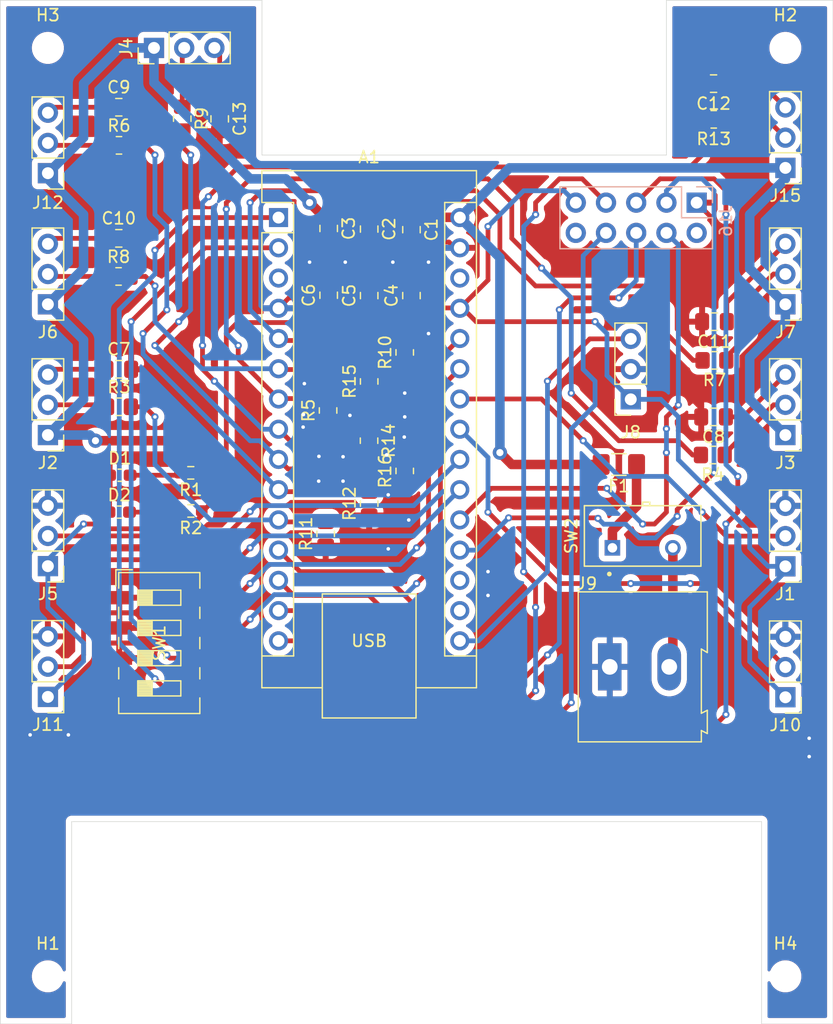
<source format=kicad_pcb>
(kicad_pcb (version 20240108) (generator "pcbnew") (generator_version "8.0")
  (layers (0 "F.Cu" signal) (31 "B.Cu" signal) (34 "B.Paste" user) (35 "F.Paste" user) (36 "B.SilkS" user "B.Silkscreen") (37 "F.SilkS" user "F.Silkscreen") (38 "B.Mask" user) (39 "F.Mask" user) (44 "Edge.Cuts" user))
  (net 0 "")
  (net 1 "DIST_CR_INT")
  (net 2 "ODIST_CR_INT")
  (net 3 "GND")
  (net 4 "ODIST_L_INT")
  (net 5 "ODIST_RM_INT")
  (net 6 "ODIST_C_INT")
  (net 7 "DIST_C_INT")
  (net 8 "DIST_LM_INT")
  (net 9 "ODIST_LM_INT")
  (net 10 "ODIST_CL_INT")
  (net 11 "DIST_RM_INT")
  (net 12 "DIST_CL_INT")
  (net 13 "ODIST_R_INT")
  (net 14 "DIST_R_INT")
  (net 15 "DIST_L_INT")
  (net 16 "Arduino5V")
  (net 17 "LB_INT")
  (net 18 "RF_INT")
  (net 19 "MDC2_1")
  (net 20 "MDC1_2")
  (net 22 "MDC1_1")
  (net 23 "PS4")
  (net 24 "PS2")
  (net 25 "RB_INT")
  (net 26 "LF_INT")
  (net 27 "MDC2_2")
  (net 28 "PS3")
  (net 31 "PS1")
  (net 32 "START_SIGNAL")
  (net 34 "ArduinoVIN")
  (net 35 "Net-(SW2-A)")
  (net 36 "Net-(D2-A)")
  (net 37 "Net-(D1-A)")
  (net 40 "Net-(J4-Pin_3)")
  (net 41 "Net-(J6-Pin_3)")
  (net 42 "Net-(J7-Pin_3)")
  (net 43 "Net-(J12-Pin_3)")
  (net 44 "Net-(J15-Pin_3)")
  (net 45 "Net-(J2-Pin_3)")
  (net 46 "Net-(J3-Pin_3)")
  (net 47 "Net-(J9-Pin_2)")
  (net 48 "MDC2PWM")
  (net 49 "MDC1PWM")
  (footprint "Resistor_SMD:R_0805_2012Metric_Pad1.20x1.40mm_HandSolder" (layer "F.Cu") (at 31.9775 32.1854)
    (property "Reference" "R6")
    (property "Value" "10k")
  )
  (footprint "Connector_PinHeader_2.54mm:PinHeader_1x03_P2.54mm_Vertical" (layer "F.Cu") (at 26 34.525 180)
    (property "Reference" "J12")
    (property "Value" "DIST_CL")
  )
  (footprint "Connector_PinHeader_2.54mm:PinHeader_1x03_P2.54mm_Vertical" (layer "F.Cu") (at 88 56.525 180)
    (property "Reference" "J3")
    (property "Value" "DIST_R")
  )
  (footprint "Capacitor_SMD:C_0603_1608Metric_Pad1.08x0.95mm_HandSolder" (layer "F.Cu") (at 32.0508 59.9012)
    (property "Reference" "D1")
    (property "Value" "GREEN")
  )
  (footprint "Resistor_SMD:R_0805_2012Metric_Pad1.20x1.40mm_HandSolder" (layer "F.Cu") (at 53.01 52.0216 90)
    (property "Reference" "R15")
    (property "Value" "6.8k")
  )
  (footprint "Connector_PinSocket_2.54mm:PinSocket_1x03_P2.54mm_Vertical" (layer "F.Cu") (at 75 53.525 180)
    (property "Reference" "J8")
    (property "Value" "START_M")
  )
  (footprint "Capacitor_SMD:C_0805_2012Metric_Pad1.18x1.45mm_HandSolder" (layer "F.Cu") (at 56.566 44.808 90)
    (property "Reference" "C4")
    (property "Value" "0.1uf")
  )
  (footprint "Resistor_SMD:R_0805_2012Metric_Pad1.20x1.40mm_HandSolder" (layer "F.Cu") (at 53 57 -90)
    (property "Reference" "R14")
    (property "Value" "6.8k")
  )
  (footprint "Connector_PinHeader_2.54mm:PinHeader_1x03_P2.54mm_Vertical" (layer "F.Cu") (at 26 56.525 180)
    (property "Reference" "J2")
    (property "Value" "DIST_L")
  )
  (footprint "Connector_PinHeader_2.54mm:PinHeader_1x03_P2.54mm_Vertical" (layer "F.Cu") (at 88 78.555 180)
    (property "Reference" "J10")
    (property "Value" "LINE_RB")
  )
  (footprint "Capacitor_SMD:C_0805_2012Metric_Pad1.18x1.45mm_HandSolder" (layer "F.Cu") (at 31.9625 28.985)
    (property "Reference" "C9")
    (property "Value" "0.1uf")
  )
  (footprint "Resistor_SMD:R_0805_2012Metric_Pad1.20x1.40mm_HandSolder" (layer "F.Cu") (at 31.9427 43.2004)
    (property "Reference" "R8")
    (property "Value" "10k")
  )
  (footprint "Connector_PinHeader_2.54mm:PinHeader_1x03_P2.54mm_Vertical" (layer "F.Cu") (at 26 45.54 180)
    (property "Reference" "J6")
    (property "Value" "DIST_LM")
  )
  (footprint "Fuse:Fuse_1206_3216Metric_Pad1.42x1.75mm_HandSolder" (layer "F.Cu") (at 74 59 180)
    (property "Reference" "F1")
    (property "Value" "15A")
  )
  (footprint "Capacitor_SMD:C_0805_2012Metric_Pad1.18x1.45mm_HandSolder" (layer "F.Cu") (at 49.6064 39.1692 -90)
    (property "Reference" "C3")
    (property "Value" "0.1uf")
  )
  (footprint "Resistor_SMD:R_0805_2012Metric_Pad1.20x1.40mm_HandSolder" (layer "F.Cu") (at 37.2954 29.9427 -90)
    (property "Reference" "R9")
    (property "Value" "10k")
  )
  (footprint "Resistor_SMD:R_0805_2012Metric_Pad1.20x1.40mm_HandSolder" (layer "F.Cu") (at 81.9768 30 180)
    (property "Reference" "R13")
    (property "Value" "10k")
  )
  (footprint "Resistor_SMD:R_0805_2012Metric_Pad1.20x1.40mm_HandSolder" (layer "F.Cu") (at 81.8984 58.2004 180)
    (property "Reference" "R4")
    (property "Value" "10k")
  )
  (footprint "Connector_PinHeader_2.54mm:PinHeader_1x03_P2.54mm_Vertical" (layer "F.Cu") (at 88 34.08 180)
    (property "Reference" "J15")
    (property "Value" "DIST_CR")
  )
  (footprint "Resistor_SMD:R_0805_2012Metric_Pad1.20x1.40mm_HandSolder" (layer "F.Cu") (at 49.5556 54.46 90)
    (property "Reference" "R5")
    (property "Value" "6.8k")
  )
  (footprint "Connector_PinHeader_2.54mm:PinHeader_1x03_P2.54mm_Vertical" (layer "F.Cu") (at 26 67.54 180)
    (property "Reference" "J5")
    (property "Value" "LINE_LF")
  )
  (footprint "MountingHole:MountingHole_2.2mm_M2_ISO7380" (layer "F.Cu") (at 26 102)
    (property "Reference" "H1")
    (property "Value" "MountingHole" (hide yes))
  )
  (footprint "Capacitor_SMD:C_0805_2012Metric_Pad1.18x1.45mm_HandSolder" (layer "F.Cu") (at 53.01 44.808 90)
    (property "Reference" "C5")
    (property "Value" "0.1uf")
  )
  (footprint "Resistor_SMD:R_0805_2012Metric_Pad1.20x1.40mm_HandSolder" (layer "F.Cu") (at 56 59.54 90)
    (property "Reference" "R16")
    (property "Value" "6.8k")
  )
  (footprint "Button_Switch_SMD:SW_DIP_SPSTx04_Slide_6.7x11.72mm_W6.73mm_P2.54mm_LowProfile_JPin" (layer "F.Cu") (at 35.365 74)
    (property "Reference" "SW1")
    (property "Value" "ProgSelect")
  )
  (footprint "Capacitor_SMD:C_0805_2012Metric_Pad1.18x1.45mm_HandSolder" (layer "F.Cu") (at 49.6064 44.7787 90)
    (property "Reference" "C6")
    (property "Value" "0.1uf")
  )
  (footprint "Capacitor_SMD:C_0805_2012Metric_Pad1.18x1.45mm_HandSolder" (layer "F.Cu") (at 81.9625 27 180)
    (property "Reference" "C12")
    (property "Value" "0.1uf")
  )
  (footprint "MountingHole:MountingHole_2.2mm_M2_ISO7380" (layer "F.Cu") (at 26 24)
    (property "Reference" "H3")
    (property "Value" "MountingHole" (hide yes))
  )
  (footprint "Resistor_SMD:R_0805_2012Metric_Pad1.20x1.40mm_HandSolder" (layer "F.Cu") (at 56 49.5832 90)
    (property "Reference" "R10")
    (property "Value" "6.8k")
  )
  (footprint "MountingHole:MountingHole_2.2mm_M2_ISO7380" (layer "F.Cu") (at 88 102)
    (property "Reference" "H4")
    (property "Value" "MountingHole" (hide yes))
  )
  (footprint "Connector_PinHeader_2.54mm:PinHeader_1x03_P2.54mm_Vertical" (layer "F.Cu") (at 26 78.525 180)
    (property "Reference" "J11")
    (property "Value" "LINE_LB")
  )
  (footprint "Resistor_SMD:R_0805_2012Metric_Pad1.20x1.40mm_HandSolder" (layer "F.Cu") (at 53.01 62.2832 90)
    (property "Reference" "R12")
    (property "Value" "6.8k")
  )
  (footprint "Resistor_SMD:R_0805_2012Metric_Pad1.20x1.40mm_HandSolder" (layer "F.Cu") (at 31.9775 54.1496)
    (property "Reference" "R3")
    (property "Value" "10k")
  )
  (footprint "Connector_PinHeader_2.54mm:PinHeader_1x03_P2.54mm_Vertical" (layer "F.Cu") (at 34.92 24 90)
    (property "Reference" "J4")
    (property "Value" "DIST_C")
  )
  (footprint "Module:Arduino_Nano" (layer "F.Cu") (at 45.39 38.2548)
    (property "Reference" "A1")
    (property "Value" "Arduino_Nano_Socket")
  )
  (footprint "Capacitor_SMD:C_0805_2012Metric_Pad1.18x1.45mm_HandSolder" (layer "F.Cu") (at 31.9625 40)
    (property "Reference" "C10")
    (property "Value" "0.1uf")
  )
  (footprint "TerminalBlock:TerminalBlock_Altech_AK300-2_P5.00mm" (layer "F.Cu") (at 73.235 76)
    (property "Reference" "J9")
    (property "Value" "Battery")
  )
  (footprint "Resistor_SMD:R_0603_1608Metric_Pad0.98x0.95mm_HandSolder" (layer "F.Cu") (at 38.0222 62.9012 180)
    (property "Reference" "R2")
    (property "Value" "150")
  )
  (footprint "Capacitor_SMD:C_0805_2012Metric_Pad1.18x1.45mm_HandSolder" (layer "F.Cu") (at 56.566 39.2708 -90)
    (property "Reference" "C1")
    (property "Value" "0.1uf")
  )
  (footprint "Capacitor_SMD:C_0603_1608Metric_Pad1.08x0.95mm_HandSolder" (layer "F.Cu") (at 32 63)
    (property "Reference" "D2")
    (property "Value" "GREEN")
  )
  (footprint "Capacitor_SMD:C_0805_2012Metric_Pad1.18x1.45mm_HandSolder" (layer "F.Cu") (at 53.01 39.22 -90)
    (property "Reference" "C2")
    (property "Value" "0.1uf")
  )
  (footprint "Resistor_SMD:R_0805_2012Metric_Pad1.20x1.40mm_HandSolder" (layer "F.Cu") (at 82.0375 50.2512 180)
    (property "Reference" "R7")
    (property "Value" "10k")
  )
  (footprint "Resistor_SMD:R_0603_1608Metric_Pad0.98x0.95mm_HandSolder" (layer "F.Cu") (at 38.0132 59.7008 180)
    (property "Reference" "R1")
    (property "Value" "500")
  )
  (footprint "Resistor_SMD:R_0805_2012Metric_Pad1.20x1.40mm_HandSolder" (layer "F.Cu") (at 49.3524 64.8232 90)
    (property "Reference" "R11")
    (property "Value" "6.8k")
  )
  (footprint "Connector_PinHeader_2.54mm:PinHeader_1x03_P2.54mm_Vertical" (layer "F.Cu") (at 88 45.54 180)
    (property "Reference" "J7")
    (property "Value" "DIST_RM")
  )
  (footprint "MountingHole:MountingHole_2.2mm_M2_ISO7380" (layer "F.Cu") (at 88 24)
    (property "Reference" "H2")
    (property "Value" "MountingHole" (hide yes))
  )
  (footprint "Capacitor_SMD:C_0805_2012Metric_Pad1.18x1.45mm_HandSolder" (layer "F.Cu") (at 40.445 29.9625 -90)
    (property "Reference" "C13")
    (property "Value" "0.1uf")
  )
  (footprint "Button_Switch_THT:SW_AS11CP" (layer "F.Cu") (at 76 65 90)
    (property "Reference" "SW2")
    (property "Value" "SW_SPST")
  )
  (footprint "Connector_PinHeader_2.54mm:PinHeader_1x03_P2.54mm_Vertical" (layer "F.Cu") (at 88 67.555 180)
    (property "Reference" "J1")
    (property "Value" "LINE_RF")
  )
  (footprint "Capacitor_SMD:C_0805_2012Metric_Pad1.18x1.45mm_HandSolder" (layer "F.Cu") (at 82.0375 47 180)
    (property "Reference" "C11")
    (property "Value" "0.1uf")
  )
  (footprint "Capacitor_SMD:C_0805_2012Metric_Pad1.18x1.45mm_HandSolder" (layer "F.Cu") (at 81.9625 55 180)
    (property "Reference" "C8")
    (property "Value" "0.1uf")
  )
  (footprint "Capacitor_SMD:C_0805_2012Metric_Pad1.18x1.45mm_HandSolder" (layer "F.Cu") (at 31.9625 51)
    (property "Reference" "C7")
    (property "Value" "0.1uf")
  )
  (footprint "Connector_PinSocket_2.54mm:PinSocket_2x05_P2.54mm_Vertical" (layer "B.Cu") (at 80.54 37 90)
    (property "Reference" "J16")
    (property "Value" "Conn_02x05_Odd_Even")
  )
  (gr_line (start 22 106) (end 22 20) (stroke (width 0.05)) (layer "Edge.Cuts"))
  (gr_line (start 78 33) (end 78 20) (stroke (width 0.05)) (layer "Edge.Cuts"))
  (gr_line (start 28 106) (end 28 89) (stroke (width 0.05)) (layer "Edge.Cuts"))
  (gr_line (start 92 20) (end 92 106) (stroke (width 0.05)) (layer "Edge.Cuts"))
  (gr_line (start 28 106) (end 22 106) (stroke (width 0.05)) (layer "Edge.Cuts"))
  (gr_line (start 22 20) (end 44 20) (stroke (width 0.05)) (layer "Edge.Cuts"))
  (gr_line (start 44 20) (end 44 33) (stroke (width 0.05)) (layer "Edge.Cuts"))
  (gr_line (start 86 106) (end 86 89) (stroke (width 0.05)) (layer "Edge.Cuts"))
  (gr_line (start 86 89) (end 28 89) (stroke (width 0.05)) (layer "Edge.Cuts"))
  (gr_line (start 78 20) (end 92 20) (stroke (width 0.05)) (layer "Edge.Cuts"))
  (gr_line (start 92 106) (end 86 106) (stroke (width 0.05)) (layer "Edge.Cuts"))
  (gr_line (start 44 33) (end 78 33) (stroke (width 0.05)) (layer "Edge.Cuts"))
  (segment (start 86.46 30) (end 88 31.54) (width 0.4) (layer "F.Cu") (net 1))
  (segment (start 82.9768 30) (end 86.46 30) (width 0.4) (layer "F.Cu") (net 1))
  (segment (start 39 51) (end 40 52) (width 0.4) (layer "F.Cu") (net 2))
  (segment (start 39 49) (end 39 51) (width 0.4) (layer "F.Cu") (net 2))
  (segment (start 42 34) (end 80 34) (width 0.4) (layer "F.Cu") (net 2))
  (segment (start 80.9768 31.013149) (end 80.9768 30) (width 0.4) (layer "F.Cu") (net 2))
  (segment (start 80 34) (end 81 33) (width 0.4) (layer "F.Cu") (net 2))
  (segment (start 81 33) (end 81 31.036349) (width 0.4) (layer "F.Cu") (net 2))
  (segment (start 52.3748 57.3748) (end 46.73 57.3748) (width 0.4) (layer "F.Cu") (net 2))
  (segment (start 81 31.036349) (end 80.9768 31.013149) (width 0.4) (layer "F.Cu") (net 2))
  (segment (start 39.5 36.5) (end 42 34) (width 0.4) (layer "F.Cu") (net 2))
  (segment (start 46.73 57.3748) (end 45.39 56.0348) (width 0.4) (layer "F.Cu") (net 2))
  (segment (start 53 58) (end 52.3748 57.3748) (width 0.4) (layer "F.Cu") (net 2))
  (via (at 40 52) (size 0.6) (drill 0.3) (layers "F.Cu" "B.Cu") (net 2))
  (via (at 39 49) (size 0.6) (drill 0.3) (layers "F.Cu" "B.Cu") (net 2))
  (via (at 39.5 36.5) (size 0.6) (drill 0.3) (layers "F.Cu" "B.Cu") (net 2))
  (segment (start 39.5 36.5) (end 39 37) (width 0.4) (layer "B.Cu") (net 2))
  (segment (start 39 37) (end 39 49) (width 0.4) (layer "B.Cu") (net 2))
  (segment (start 40 52) (end 44.0348 56.0348) (width 0.4) (layer "B.Cu") (net 2))
  (segment (start 44.0348 56.0348) (end 45.39 56.0348) (width 0.4) (layer "B.Cu") (net 2))
  (segment (start 81 43) (end 81 47) (width 0.4) (layer "F.Cu") (net 3))
  (segment (start 40.1252 45.8748) (end 36 50) (width 0.4) (layer "F.Cu") (net 3))
  (segment (start 54.613232 61.558969) (end 56.054263 63) (width 0.4) (layer "F.Cu") (net 3))
  (segment (start 34 51) (end 33 51) (width 0.4) (layer "F.Cu") (net 3))
  (segment (start 80.925 55) (end 80.925 54.275) (width 0.4) (layer "F.Cu") (net 3))
  (segment (start 49.6572 40.2575) (end 49.6064 40.2067) (width 0.4) (layer "F.Cu") (net 3))
  (segment (start 56.338016 63.661983) (end 56.338016 63) (width 0.4) (layer "F.Cu") (net 3))
  (segment (start 56.054263 63) (end 56.338016 63) (width 0.4) (layer "F.Cu") (net 3))
  (segment (start 35 50) (end 34 51) (width 0.4) (layer "F.Cu") (net 3))
  (segment (start 54.615977 66.088704) (end 54.615977 65.384022) (width 0.4) (layer "F.Cu") (net 3))
  (segment (start 56.338016 60.878016) (end 56 60.54) (width 0.4) (layer "F.Cu") (net 3))
  (segment (start 59.7187 40.3083) (end 56.566 40.3083) (width 0.4) (layer "F.Cu") (net 3))
  (segment (start 56.338016 63) (end 56.338016 60.878016) (width 0.4) (layer "F.Cu") (net 3))
  (segment (start 46.2648 45) (end 47 45) (width 0.4) (layer "F.Cu") (net 3))
  (segment (start 53.01 43.7705) (end 56.566 43.7705) (width 0.4) (layer "F.Cu") (net 3))
  (segment (start 54.602066 61.547803) (end 54.602126 61.547863) (width 0.4) (layer "F.Cu") (net 3))
  (segment (start 83 39.46) (end 83 41) (width 0.4) (layer "F.Cu") (net 3))
  (segment (start 60.7948 40.7948) (end 61 41) (width 0.4) (layer "F.Cu") (net 3))
  (segment (start 56.566 43.7705) (end 56.566 40.3083) (width 0.4) (layer "F.Cu") (net 3))
  (segment (start 54.615977 65.384022) (end 56.338016 63.661983) (width 0.4) (layer "F.Cu") (net 3))
  (segment (start 45.39 45.8748) (end 40.1252 45.8748) (width 0.4) (layer "F.Cu") (net 3))
  (segment (start 60.63 40.7948) (end 60.2052 40.7948) (width 0.4) (layer "F.Cu") (net 3))
  (segment (start 49.6064 40.2067) (end 49.6064 43.7412) (width 0.4) (layer "F.Cu") (net 3))
  (segment (start 53.01 40.2575) (end 49.6572 40.2575) (width 0.4) (layer "F.Cu") (net 3))
  (segment (start 53.0608 40.3083) (end 53.01 40.2575) (width 0.4) (layer "F.Cu") (net 3))
  (segment (start 49.6064 43.7412) (end 52.9807 43.7412) (width 0.4) (layer "F.Cu") (net 3))
  (segment (start 36 50) (end 35 50) (width 0.4) (layer "F.Cu") (net 3))
  (segment (start 80.54 37) (end 83 39.46) (width 0.4) (layer "F.Cu") (net 3))
  (segment (start 47 45) (end 48.2588 43.7412) (width 0.4) (layer "F.Cu") (net 3))
  (segment (start 53.01 40.2575) (end 53.01 43.7705) (width 0.4) (layer "F.Cu") (net 3))
  (segment (start 54.602126 61.547863) (end 54.613232 61.547863) (width 0.4) (layer "F.Cu") (net 3))
  (segment (start 60.63 40.7948) (end 60.7948 40.7948) (width 0.4) (layer "F.Cu") (net 3))
  (segment (start 48.2588 43.7412) (end 49.6064 43.7412) (width 0.4) (layer "F.Cu") (net 3))
  (segment (start 56.566 40.3083) (end 53.0608 40.3083) (width 0.4) (layer "F.Cu") (net 3))
  (segment (start 60.2052 40.7948) (end 59.7187 40.3083) (width 0.4) (layer "F.Cu") (net 3))
  (segment (start 77.635 50.985) (end 75 50.985) (width 0.4) (layer "F.Cu") (net 3))
  (segment (start 83 41) (end 81 43) (width 0.4) (layer "F.Cu") (net 3))
  (segment (start 54.613232 61.547863) (end 54.613232 61.558969) (width 0.4) (layer "F.Cu") (net 3))
  (segment (start 45.39 45.8748) (end 46.2648 45) (width 0.4) (layer "F.Cu") (net 3))
  (segment (start 80.925 54.275) (end 77.635 50.985) (width 0.4) (layer "F.Cu") (net 3))
  (segment (start 52.9807 43.7412) (end 53.01 43.7705) (width 0.4) (layer "F.Cu") (net 3))
  (via (at 54.48564 58.184428) (size 0.6) (drill 0.3) (layers "F.Cu" "B.Cu") (net 3))
  (via (at 90.002113 83.53896) (size 0.6) (drill 0.3) (layers "F.Cu" "B.Cu") (net 3))
  (via (at 51.391268 54.874169) (size 0.6) (drill 0.3) (layers "F.Cu" "B.Cu") (net 3))
  (via (at 48 42) (size 0.6) (drill 0.3) (layers "F.Cu" "B.Cu") (net 3))
  (via (at 55.960481 56.693012) (size 0.6) (drill 0.3) (layers "F.Cu" "B.Cu") (net 3))
  (via (at 27.723057 81.714582) (size 0.6) (drill 0.3) (layers "F.Cu" "B.Cu") (net 3))
  (via (at 63 68) (size 0.6) (drill 0.3) (layers "F.Cu" "B.Cu") (net 3))
  (via (at 54.615977 66.088704) (size 0.6) (drill 0.3) (layers "F.Cu" "B.Cu") (net 3))
  (via (at 51 42) (size 0.6) (drill 0.3) (layers "F.Cu" "B.Cu") (net 3))
  (via (at 58 42) (size 0.6) (drill 0.3) (layers "F.Cu" "B.Cu") (net 3))
  (via (at 58 48) (size 0.6) (drill 0.3) (layers "F.Cu" "B.Cu") (net 3))
  (via (at 47.457337 55.857652) (size 0.6) (drill 0.3) (layers "F.Cu" "B.Cu") (net 3))
  (via (at 90 82) (size 0.6) (drill 0.3) (layers "F.Cu" "B.Cu") (net 3))
  (via (at 48.766771 60.399426) (size 0.6) (drill 0.3) (layers "F.Cu" "B.Cu") (net 3))
  (via (at 50.813406 60.399426) (size 0.6) (drill 0.3) (layers "F.Cu" "B.Cu") (net 3))
  (via (at 56 55) (size 0.6) (drill 0.3) (layers "F.Cu" "B.Cu") (net 3))
  (via (at 50.815316 58.348723) (size 0.6) (drill 0.3) (layers "F.Cu" "B.Cu") (net 3))
  (via (at 56.338016 63.661983) (size 0.6) (drill 0.3) (layers "F.Cu" "B.Cu") (net 3))
  (via (at 63 70) (size 0.6) (drill 0.3) (layers "F.Cu" "B.Cu") (net 3))
  (via (at 55 42) (size 0.6) (drill 0.3) (layers "F.Cu" "B.Cu") (net 3))
  (via (at 56 53) (size 0.6) (drill 0.3) (layers "F.Cu" "B.Cu") (net 3))
  (via (at 47.562254 52.206011) (size 0.6) (drill 0.3) (layers "F.Cu" "B.Cu") (net 3))
  (via (at 47.481324 54.802207) (size 0.6) (drill 0.3) (layers "F.Cu" "B.Cu") (net 3))
  (via (at 54.613232 61.547863) (size 0.6) (drill 0.3) (layers "F.Cu" "B.Cu") (net 3))
  (via (at 24.507355 81.714582) (size 0.6) (drill 0.3) (layers "F.Cu" "B.Cu") (net 3))
  (via (at 48.786379 58.317021) (size 0.6) (drill 0.3) (layers "F.Cu" "B.Cu") (net 3))
  (segment (start 52.017161 61.547803) (end 54.602066 61.547803) (width 0.4) (layer "B.Cu") (net 3))
  (segment (start 47.457337 55.857652) (end 47.457337 56.987979) (width 0.4) (layer "B.Cu") (net 3))
  (segment (start 48.786379 58.317021) (end 52.017161 61.547803) (width 0.4) (layer "B.Cu") (net 3))
  (segment (start 47.457337 56.987979) (end 48.786379 58.317021) (width 0.4) (layer "B.Cu") (net 3))
  (segment (start 32.9775 54.1496) (end 34.1496 54.1496) (width 0.4) (layer "F.Cu") (net 4))
  (segment (start 34.1496 54.1496) (end 35 55) (width 0.4) (layer "F.Cu") (net 4))
  (segment (start 45.5584 63.8232) (end 45.39 63.6548) (width 0.4) (layer "F.Cu") (net 4))
  (segment (start 49.3524 63.8232) (end 45.5584 63.8232) (width 0.4) (layer "F.Cu") (net 4))
  (via (at 35 55) (size 0.6) (drill 0.3) (layers "F.Cu" "B.Cu") (net 4))
  (segment (start 35 55) (end 35 59) (width 0.4) (layer "B.Cu") (net 4))
  (segment (start 39.6548 63.6548) (end 45.39 63.6548) (width 0.4) (layer "B.Cu") (net 4))
  (segment (start 35 59) (end 39.6548 63.6548) (width 0.4) (layer "B.Cu") (net 4))
  (segment (start 76 44) (end 67 44) (width 0.4) (layer "F.Cu") (net 5))
  (segment (start 45.5584 48.5832) (end 45.39 48.4148) (width 0.4) (layer "F.Cu") (net 5))
  (segment (start 44 36) (end 43 37) (width 0.4) (layer "F.Cu") (net 5))
  (segment (start 78 48) (end 78 46) (width 0.4) (layer "F.Cu") (net 5))
  (segment (start 78 46) (end 76 44) (width 0.4) (layer "F.Cu") (net 5))
  (segment (start 56 48.5832) (end 45.5584 48.5832) (width 0.4) (layer "F.Cu") (net 5))
  (segment (start 64 41) (end 64 38) (width 0.4) (layer "F.Cu") (net 5))
  (segment (start 78 48) (end 80.2512 50.2512) (width 0.4) (layer "F.Cu") (net 5))
  (segment (start 64 41) (end 67 44) (width 0.4) (layer "F.Cu") (net 5))
  (segment (start 81.0375 50.2512) (end 80.2512 50.2512) (width 0.4) (layer "F.Cu") (net 5))
  (segment (start 64 38) (end 62 36) (width 0.4) (layer "F.Cu") (net 5))
  (segment (start 62 36) (end 44 36) (width 0.4) (layer "F.Cu") (net 5))
  (via (at 43 37) (size 0.6) (drill 0.3) (layers "F.Cu" "B.Cu") (net 5))
  (segment (start 43 46.0248) (end 45.39 48.4148) (width 0.4) (layer "B.Cu") (net 5))
  (segment (start 43 37) (end 43 46.0248) (width 0.4) (layer "B.Cu") (net 5))
  (segment (start 55.165201 59.374799) (end 46.189999 59.374799) (width 0.4) (layer "F.Cu") (net 6))
  (segment (start 37.2954 30.9427) (end 37.2954 32.2954) (width 0.4) (layer "F.Cu") (net 6))
  (segment (start 37.2954 32.2954) (end 38 33) (width 0.4) (layer "F.Cu") (net 6))
  (segment (start 56 58.54) (end 55.165201 59.374799) (width 0.4) (layer "F.Cu") (net 6))
  (segment (start 37 47) (end 35 49) (width 0.4) (layer "F.Cu") (net 6))
  (segment (start 46.189999 59.374799) (end 45.39 58.5748) (width 0.4) (layer "F.Cu") (net 6))
  (via (at 38 33) (size 0.6) (drill 0.3) (layers "F.Cu" "B.Cu") (net 6))
  (via (at 35 49) (size 0.6) (drill 0.3) (layers "F.Cu" "B.Cu") (net 6))
  (via (at 37 47) (size 0.6) (drill 0.3) (layers "F.Cu" "B.Cu") (net 6))
  (segment (start 35 49) (end 43 57) (width 0.4) (layer "B.Cu") (net 6))
  (segment (start 43 57) (end 43.8152 57) (width 0.4) (layer "B.Cu") (net 6))
  (segment (start 43.8152 57) (end 45.39 58.5748) (width 0.4) (layer "B.Cu") (net 6))
  (segment (start 38 46) (end 37 47) (width 0.4) (layer "B.Cu") (net 6))
  (segment (start 38 33) (end 38 46) (width 0.4) (layer "B.Cu") (net 6))
  (segment (start 37.2954 24.1646) (end 37.46 24) (width 0.4) (layer "F.Cu") (net 7))
  (segment (start 37.2954 28.9427) (end 37.2954 24.1646) (width 0.4) (layer "F.Cu") (net 7))
  (segment (start 30.9427 43.2004) (end 26.2004 43.2004) (width 0.4) (layer "F.Cu") (net 8))
  (segment (start 26.2004 43.2004) (end 26 43) (width 0.4) (layer "F.Cu") (net 8))
  (segment (start 34.2004 43.2004) (end 32.9427 43.2004) (width 0.4) (layer "F.Cu") (net 9))
  (segment (start 45.4568 51.0216) (end 45.39 50.9548) (width 0.4) (layer "F.Cu") (net 9))
  (segment (start 35 44) (end 34.2004 43.2004) (width 0.4) (layer "F.Cu") (net 9))
  (segment (start 53.01 51.0216) (end 45.4568 51.0216) (width 0.4) (layer "F.Cu") (net 9))
  (via (at 35 44) (size 0.6) (drill 0.3) (layers "F.Cu" "B.Cu") (net 9))
  (segment (start 38.9548 50.9548) (end 45.39 50.9548) (width 0.4) (layer "B.Cu") (net 9))
  (segment (start 35 47) (end 38.9548 50.9548) (width 0.4) (layer "B.Cu") (net 9))
  (segment (start 35 44) (end 35 47) (width 0.4) (layer "B.Cu") (net 9))
  (segment (start 34.1854 32.1854) (end 35 33) (width 0.4) (layer "F.Cu") (net 10))
  (segment (start 36 46) (end 34 48) (width 0.4) (layer "F.Cu") (net 10))
  (segment (start 53.01 61.2832) (end 45.5584 61.2832) (width 0.4) (layer "F.Cu") (net 10))
  (segment (start 32.9775 32.1854) (end 34.1854 32.1854) (width 0.4) (layer "F.Cu") (net 10))
  (segment (start 45.5584 61.2832) (end 45.39 61.1148) (width 0.4) (layer "F.Cu") (net 10))
  (via (at 35 33) (size 0.6) (drill 0.3) (layers "F.Cu" "B.Cu") (net 10))
  (via (at 36 46) (size 0.6) (drill 0.3) (layers "F.Cu" "B.Cu") (net 10))
  (via (at 34 48) (size 0.6) (drill 0.3) (layers "F.Cu" "B.Cu") (net 10))
  (segment (start 34 49.7248) (end 45.39 61.1148) (width 0.4) (layer "B.Cu") (net 10))
  (segment (start 35 38) (end 36 39) (width 0.4) (layer "B.Cu") (net 10))
  (segment (start 35 33) (end 35 38) (width 0.4) (layer "B.Cu") (net 10))
  (segment (start 34 48) (end 34 49.7248) (width 0.4) (layer "B.Cu") (net 10))
  (segment (start 36 39) (end 36 46) (width 0.4) (layer "B.Cu") (net 10))
  (segment (start 88 43) (end 87 43) (width 0.4) (layer "F.Cu") (net 11))
  (segment (start 83.0375 49.9625) (end 83.0375 50.2512) (width 0.4) (layer "F.Cu") (net 11))
  (segment (start 85 48) (end 83.0375 49.9625) (width 0.4) (layer "F.Cu") (net 11))
  (segment (start 87 43) (end 85 45) (width 0.4) (layer "F.Cu") (net 11))
  (segment (start 85 45) (end 85 48) (width 0.4) (layer "F.Cu") (net 11))
  (segment (start 26.2004 32.1854) (end 26 31.985) (width 0.4) (layer "F.Cu") (net 12))
  (segment (start 30.9775 32.1854) (end 26.2004 32.1854) (width 0.4) (layer "F.Cu") (net 12))
  (segment (start 41 37) (end 41 37.5548) (width 0.4) (layer "F.Cu") (net 13))
  (segment (start 80.8984 58.2004) (end 80.2004 58.2004) (width 0.4) (layer "F.Cu") (net 13))
  (segment (start 67.5 42.5) (end 65 40) (width 0.4) (layer "F.Cu") (net 13))
  (segment (start 63 35) (end 43 35) (width 0.4) (layer "F.Cu") (net 13))
  (segment (start 80.2004 58.2004) (end 79 57) (width 0.4) (layer "F.Cu") (net 13))
  (segment (start 43 35) (end 41 37) (width 0.4) (layer "F.Cu") (net 13))
  (segment (start 79 57) (end 74 57) (width 0.4) (layer "F.Cu") (net 13))
  (segment (start 42 50.1048) (end 45.39 53.4948) (width 0.4) (layer "F.Cu") (net 13))
  (segment (start 65 40) (end 65 37) (width 0.4) (layer "F.Cu") (net 13))
  (segment (start 45.4248 53.46) (end 45.39 53.4948) (width 0.4) (layer "F.Cu") (net 13))
  (segment (start 42 49) (end 42 50.1048) (width 0.4) (layer "F.Cu") (net 13))
  (segment (start 74 57) (end 70 53) (width 0.4) (layer "F.Cu") (net 13))
  (segment (start 49.5556 53.46) (end 45.4248 53.46) (width 0.4) (layer "F.Cu") (net 13))
  (segment (start 65 37) (end 63 35) (width 0.4) (layer "F.Cu") (net 13))
  (via (at 42 49) (size 0.6) (drill 0.3) (layers "F.Cu" "B.Cu") (net 13))
  (via (at 67.5 42.5) (size 0.6) (drill 0.3) (layers "F.Cu" "B.Cu") (net 13))
  (via (at 41 37.5548) (size 0.6) (drill 0.3) (layers "F.Cu" "B.Cu") (net 13))
  (via (at 70 53) (size 0.6) (drill 0.3) (layers "F.Cu" "B.Cu") (net 13))
  (segment (start 41 48) (end 42 49) (width 0.4) (layer "B.Cu") (net 13))
  (segment (start 41 37.5548) (end 41 48) (width 0.4) (layer "B.Cu") (net 13))
  (segment (start 67.5 42.5) (end 70 45) (width 0.4) (layer "B.Cu") (net 13))
  (segment (start 70 45) (end 70 53) (width 0.4) (layer "B.Cu") (net 13))
  (segment (start 82.8984 58.1016) (end 82.8984 58.2004) (width 0.4) (layer "F.Cu") (net 14))
  (segment (start 88 53.985) (end 87.015 53.985) (width 0.4) (layer "F.Cu") (net 14))
  (segment (start 87.015 53.985) (end 82.8984 58.1016) (width 0.4) (layer "F.Cu") (net 14))
  (segment (start 30.8129 53.985) (end 30.9775 54.1496) (width 0.4) (layer "F.Cu") (net 15))
  (segment (start 26 53.985) (end 30.8129 53.985) (width 0.4) (layer "F.Cu") (net 15))
  (segment (start 37.8096 64.4) (end 38.9347 63.2749) (width 0.4) (layer "F.Cu") (net 16))
  (segment (start 39.0544 62.9012) (end 38.9347 62.9012) (width 0.4) (layer "F.Cu") (net 16))
  (segment (start 41 60.9556) (end 39.0544 62.9012) (width 0.4) (layer "F.Cu") (net 16))
  (segment (start 60.63 45.8748) (end 60.8748 45.8748) (width 0.4) (layer "F.Cu") (net 16))
  (segment (start 49.6064 45.8162) (end 52.9807 45.8162) (width 0.4) (layer "F.Cu") (net 16))
  (segment (start 41 48) (end 41 60.9556) (width 0.4) (layer "F.Cu") (net 16))
  (segment (start 60.63 45.8748) (end 63 43.5048) (width 0.4) (layer "F.Cu") (net 16))
  (segment (start 29 64) (end 30 64) (width 0.4) (layer "F.Cu") (net 16))
  (segment (start 63 43.5048) (end 63 39) (width 0.4) (layer "F.Cu") (net 16))
  (segment (start 56.566 45.8455) (end 60.6007 45.8455) (width 0.4) (layer "F.Cu") (net 16))
  (segment (start 52.9807 45.8162) (end 53.01 45.8455) (width 0.4) (layer "F.Cu") (net 16))
  (segment (start 30 64) (end 30.4 64.4) (width 0.4) (layer "F.Cu") (net 16))
  (segment (start 62 47) (end 72 47) (width 0.4) (layer "F.Cu") (net 16))
  (segment (start 60.6007 45.8455) (end 60.63 45.8748) (width 0.4) (layer "F.Cu") (net 16))
  (segment (start 41.9252 47.0748) (end 41 48) (width 0.4) (layer "F.Cu") (net 16))
  (segment (start 30.4 64.4) (end 37.8096 64.4) (width 0.4) (layer "F.Cu") (net 16))
  (segment (start 60.8748 45.8748) (end 62 47) (width 0.4) (layer "F.Cu") (net 16))
  (segment (start 38.9347 63.2749) (end 38.9347 62.9012) (width 0.4) (layer "F.Cu") (net 16))
  (segment (start 48.3478 47.0748) (end 41.9252 47.0748) (width 0.4) (layer "F.Cu") (net 16))
  (segment (start 56.566 45.8455) (end 53.01 45.8455) (width 0.4) (layer "F.Cu") (net 16))
  (segment (start 49.6064 45.8162) (end 48.3478 47.0748) (width 0.4) (layer "F.Cu") (net 16))
  (via (at 29 64) (size 0.6) (drill 0.3) (layers "F.Cu" "B.Cu") (net 16))
  (via (at 63 39) (size 0.6) (drill 0.3) (layers "F.Cu" "B.Cu") (net 16))
  (via (at 72 47) (size 0.6) (drill 0.3) (layers "F.Cu" "B.Cu") (net 16))
  (segment (start 79 58.600463) (end 85 64.600463) (width 0.4) (layer "B.Cu") (net 16))
  (segment (start 29 74) (end 26 71) (width 0.4) (layer "B.Cu") (net 16))
  (segment (start 88 67.555) (end 88 68) (width 0.4) (layer "B.Cu") (net 16))
  (segment (start 73 51.525) (end 75 53.525) (width 0.4) (layer "B.Cu") (net 16))
  (segment (start 85 64.600463) (end 85 66) (width 0.4) (layer "B.Cu") (net 16))
  (segment (start 79 55) (end 79 58.600463) (width 0.4) (layer "B.Cu") (net 16))
  (segment (start 72 47) (end 73 48) (width 0.4) (layer "B.Cu") (net 16))
  (segment (start 77.525 53.525) (end 79 55) (width 0.4) (layer "B.Cu") (net 16))
  (segment (start 26 67) (end 29 64) (width 0.4) (layer "B.Cu") (net 16))
  (segment (start 69.38 36) (end 70.38 37) (width 0.4) (layer "B.Cu") (net 16))
  (segment (start 86.555 67.555) (end 88 67.555) (width 0.4) (layer "B.Cu") (net 16))
  (segment (start 63 39) (end 66 36) (width 0.4) (layer "B.Cu") (net 16))
  (segment (start 85 75.555) (end 88 78.555) (width 0.4) (layer "B.Cu") (net 16))
  (segment (start 85 66) (end 86.555 67.555) (width 0.4) (layer "B.Cu") (net 16))
  (segment (start 85 71) (end 85 75.555) (width 0.4) (layer "B.Cu") (net 16))
  (segment (start 66 36) (end 69.38 36) (width 0.4) (layer "B.Cu") (net 16))
  (segment (start 26 71) (end 26 67.54) (width 0.4) (layer "B.Cu") (net 16))
  (segment (start 29 75.525) (end 29 74) (width 0.4) (layer "B.Cu") (net 16))
  (segment (start 26 67.54) (end 26 67) (width 0.4) (layer "B.Cu") (net 16))
  (segment (start 75 53.525) (end 77.525 53.525) (width 0.4) (layer "B.Cu") (net 16))
  (segment (start 88 68) (end 85 71) (width 0.4) (layer "B.Cu") (net 16))
  (segment (start 26 78.525) (end 29 75.525) (width 0.4) (layer "B.Cu") (net 16))
  (segment (start 73 48) (end 73 51.525) (width 0.4) (layer "B.Cu") (net 16))
  (segment (start 26 75.985) (end 27.985 75.985) (width 0.4) (layer "F.Cu") (net 17))
  (segment (start 29 69) (end 31 67) (width 0.4) (layer "F.Cu") (net 17))
  (segment (start 42 67) (end 43 66) (width 0.4) (layer "F.Cu") (net 17))
  (segment (start 28 76) (end 29 75) (width 0.4) (layer "F.Cu") (net 17))
  (segment (start 27.985 75.985) (end 28 76) (width 0.4) (layer "F.Cu") (net 17))
  (segment (start 31 67) (end 42 67) (width 0.4) (layer "F.Cu") (net 17))
  (segment (start 29 75) (end 29 69) (width 0.4) (layer "F.Cu") (net 17))
  (via (at 43 66) (size 0.6) (drill 0.3) (layers "F.Cu" "B.Cu") (net 17))
  (segment (start 44.0052 64.9948) (end 56.75 64.9948) (width 0.4) (layer "B.Cu") (net 17))
  (segment (start 43 66) (end 44.0052 64.9948) (width 0.4) (layer "B.Cu") (net 17))
  (segment (start 56.75 64.9948) (end 60.63 61.1148) (width 0.4) (layer "B.Cu") (net 17))
  (segment (start 83.015 65.015) (end 88 65.015) (width 0.4) (layer "F.Cu") (net 18))
  (segment (start 67.4948 53.4948) (end 60.63 53.4948) (width 0.4) (layer "F.Cu") (net 18))
  (segment (start 81 63) (end 83.015 65.015) (width 0.4) (layer "F.Cu") (net 18))
  (segment (start 71 57) (end 67.4948 53.4948) (width 0.4) (layer "F.Cu") (net 18))
  (via (at 81 63) (size 0.6) (drill 0.3) (layers "F.Cu" "B.Cu") (net 18))
  (via (at 71 57) (size 0.6) (drill 0.3) (layers "F.Cu" "B.Cu") (net 18))
  (segment (start 81 63) (end 78 60) (width 0.4) (layer "B.Cu") (net 18))
  (segment (start 78 60) (end 74 60) (width 0.4) (layer "B.Cu") (net 18))
  (segment (start 74 60) (end 71 57) (width 0.4) (layer "B.Cu") (net 18))
  (segment (start 70 45) (end 74 45) (width 0.4) (layer "F.Cu") (net 19))
  (segment (start 58 76) (end 59 77) (width 0.4) (layer "F.Cu") (net 19))
  (segment (start 59 77) (end 66 77) (width 0.4) (layer "F.Cu") (net 19))
  (segment (start 58 72) (end 58 76) (width 0.4) (layer "F.Cu") (net 19))
  (segment (start 66 77) (end 68 75) (width 0.4) (layer "F.Cu") (net 19))
  (segment (start 69 46) (end 70 45) (width 0.4) (layer "F.Cu") (net 19))
  (segment (start 47.1952 68) (end 54 68) (width 0.4) (layer "F.Cu") (net 19))
  (segment (start 45.39 66.1948) (end 47.1952 68) (width 0.4) (layer "F.Cu") (net 19))
  (segment (start 54 68) (end 58 72) (width 0.4) (layer "F.Cu") (net 19))
  (via (at 68 75) (size 0.6) (drill 0.3) (layers "F.Cu" "B.Cu") (net 19))
  (via (at 69 46) (size 0.6) (drill 0.3) (layers "F.Cu" "B.Cu") (net 19))
  (via (at 74 45) (size 0.6) (drill 0.3) (layers "F.Cu" "B.Cu") (net 19))
  (segment (start 69 74) (end 69 46) (width 0.4) (layer "B.Cu") (net 19))
  (segment (start 74 45) (end 75.46 43.54) (width 0.4) (layer "B.Cu") (net 19))
  (segment (start 68 75) (end 69 74) (width 0.4) (layer "B.Cu") (net 19))
  (segment (start 75.46 43.54) (end 75.46 39.54) (width 0.4) (layer "B.Cu") (net 19))
  (segment (start 64.733545 63.483125) (end 72.202028 63.483125) (width 0.4) (layer "F.Cu") (net 20))
  (segment (start 78.904183 63.348917) (end 78.904183 62.781114) (width 0.4) (layer "F.Cu") (net 20))
  (segment (start 72.202028 63.483125) (end 72.244155 63.525252) (width 0.4) (layer "F.Cu") (net 20))
  (segment (start 78.904183 62.781114) (end 82 59.685297) (width 0.4) (layer "F.Cu") (net 20))
  (via (at 64.733545 63.483125) (size 0.6) (drill 0.3) (layers "F.Cu" "B.Cu") (net 20))
  (via (at 78.904183 63.348917) (size 0.6) (drill 0.3) (layers "F.Cu" "B.Cu") (net 20))
  (via (at 72.244155 63.525252) (size 0.6) (drill 0.3) (layers "F.Cu" "B.Cu") (net 20))
  (via (at 82 59.685297) (size 0.6) (drill 0.3) (layers "F.Cu" "B.Cu") (net 20))
  (segment (start 77.086578 65.166522) (end 78.904183 63.348917) (width 0.4) (layer "B.Cu") (net 20))
  (segment (start 75.730158 65.166522) (end 77.086578 65.166522) (width 0.4) (layer "B.Cu") (net 20))
  (segment (start 72.244155 63.525252) (end 72.732467 64.013564) (width 0.4) (layer "B.Cu") (net 20))
  (segment (start 74.5772 64.013564) (end 75.730158 65.166522) (width 0.4) (layer "B.Cu") (net 20))
  (segment (start 60.63 66.1948) (end 62.02187 66.1948) (width 0.4) (layer "B.Cu") (net 20))
  (segment (start 81 35) (end 82 36) (width 0.4) (layer "B.Cu") (net 20))
  (segment (start 72.732467 64.013564) (end 74.5772 64.013564) (width 0.4) (layer "B.Cu") (net 20))
  (segment (start 79 35) (end 81 35) (width 0.4) (layer "B.Cu") (net 20))
  (segment (start 82 36) (end 82 59.685297) (width 0.4) (layer "B.Cu") (net 20))
  (segment (start 62.02187 66.1948) (end 64.733545 63.483125) (width 0.4) (layer "B.Cu") (net 20))
  (segment (start 78 36) (end 79 35) (width 0.4) (layer "B.Cu") (net 20))
  (segment (start 78 37) (end 78 36) (width 0.4) (layer "B.Cu") (net 20))
  (segment (start 51 79) (end 54 82) (width 0.4) (layer "F.Cu") (net 22))
  (segment (start 83 36) (end 83 38) (width 0.4) (layer "F.Cu") (net 22))
  (segment (start 77.46 35) (end 75.46 37) (width 0.4) (layer "F.Cu") (net 22))
  (segment (start 82 35) (end 83 36) (width 0.4) (layer "F.Cu") (net 22))
  (segment (start 49.8148 73.8148) (end 51 75) (width 0.4) (layer "F.Cu") (net 22))
  (segment (start 54 82) (end 81 82) (width 0.4) (layer "F.Cu") (net 22))
  (segment (start 83 64) (end 84 63) (width 0.4) (layer "F.Cu") (net 22))
  (segment (start 81 82) (end 83 80) (width 0.4) (layer "F.Cu") (net 22))
  (segment (start 82 35) (end 77.46 35) (width 0.4) (layer "F.Cu") (net 22))
  (segment (start 84 63) (end 84 60) (width 0.4) (layer "F.Cu") (net 22))
  (segment (start 51 75) (end 51 79) (width 0.4) (layer "F.Cu") (net 22))
  (segment (start 45.39 73.8148) (end 49.8148 73.8148) (width 0.4) (layer "F.Cu") (net 22))
  (via (at 84 60) (size 0.6) (drill 0.3) (layers "F.Cu" "B.Cu") (net 22))
  (via (at 83 38) (size 0.6) (drill 0.3) (layers "F.Cu" "B.Cu") (net 22))
  (via (at 83 64) (size 0.6) (drill 0.3) (layers "F.Cu" "B.Cu") (net 22))
  (via (at 83 80) (size 0.6) (drill 0.3) (layers "F.Cu" "B.Cu") (net 22))
  (segment (start 83 38) (end 83 59) (width 0.4) (layer "B.Cu") (net 22))
  (segment (start 83 80) (end 83 64) (width 0.4) (layer "B.Cu") (net 22))
  (segment (start 83 59) (end 84 60) (width 0.4) (layer "B.Cu") (net 22))
  (segment (start 38.73 77.81) (end 35.81 77.81) (width 0.4) (layer "F.Cu") (net 23))
  (segment (start 35.81 77.81) (end 35 77) (width 0.4) (layer "F.Cu") (net 23))
  (segment (start 35 41) (end 37.7452 38.2548) (width 0.4) (layer "F.Cu") (net 23))
  (segment (start 37.7452 38.2548) (end 45.39 38.2548) (width 0.4) (layer "F.Cu") (net 23))
  (via (at 35 77) (size 0.6) (drill 0.3) (layers "F.Cu" "B.Cu") (net 23))
  (via (at 35 41) (size 0.6) (drill 0.3) (layers "F.Cu" "B.Cu") (net 23))
  (segment (start 35 77) (end 32 74) (width 0.4) (layer "B.Cu") (net 23))
  (segment (start 32 74) (end 32 46) (width 0.4) (layer "B.Cu") (net 23))
  (segment (start 35 43) (end 35 41) (width 0.4) (layer "B.Cu") (net 23))
  (segment (start 32 46) (end 35 43) (width 0.4) (layer "B.Cu") (net 23))
  (segment (start 38.73 72.73) (end 42.27 72.73) (width 0.4) (layer "F.Cu") (net 24))
  (segment (start 42.27 72.73) (end 43 72) (width 0.4) (layer "F.Cu") (net 24))
  (segment (start 59 52.5848) (end 60.63 50.9548) (width 0.4) (layer "F.Cu") (net 24))
  (segment (start 57 69) (end 59 67) (width 0.4) (layer "F.Cu") (net 24))
  (segment (start 59 67) (end 59 52.5848) (width 0.4) (layer "F.Cu") (net 24))
  (via (at 57 69) (size 0.6) (drill 0.3) (layers "F.Cu" "B.Cu") (net 24))
  (via (at 43 72) (size 0.6) (drill 0.3) (layers "F.Cu" "B.Cu") (net 24))
  (segment (start 43 71.967743) (end 43 72) (width 0.4) (layer "B.Cu") (net 24))
  (segment (start 56.0652 69.9348) (end 45.032943 69.9348) (width 0.4) (layer "B.Cu") (net 24))
  (segment (start 57 69) (end 56.0652 69.9348) (width 0.4) (layer "B.Cu") (net 24))
  (segment (start 45.032943 69.9348) (end 43 71.967743) (width 0.4) (layer "B.Cu") (net 24))
  (segment (start 75 69) (end 69 69) (width 0.4) (layer "F.Cu") (net 25))
  (segment (start 88 76.015) (end 80.985 69) (width 0.4) (layer "F.Cu") (net 25))
  (segment (start 69 69) (end 63 63) (width 0.4) (layer "F.Cu") (net 25))
  (segment (start 80.985 69) (end 80 69) (width 0.4) (layer "F.Cu") (net 25))
  (via (at 63 63) (size 0.6) (drill 0.3) (layers "F.Cu" "B.Cu") (net 25))
  (via (at 75 69) (size 0.6) (drill 0.3) (layers "F.Cu" "B.Cu") (net 25))
  (via (at 80 69) (size 0.6) (drill 0.3) (layers "F.Cu" "B.Cu") (net 25))
  (segment (start 63 63) (end 63 58.4048) (width 0.4) (layer "B.Cu") (net 25))
  (segment (start 80 69) (end 75 69) (width 0.4) (layer "B.Cu") (net 25))
  (segment (start 63 58.4048) (end 60.63 56.0348) (width 0.4) (layer "B.Cu") (net 25))
  (segment (start 26 65) (end 40.9548 65) (width 0.4) (layer "F.Cu") (net 26))
  (segment (start 40.9548 65) (end 43 62.9548) (width 0.4) (layer "F.Cu") (net 26))
  (via (at 43 62.9548) (size 0.6) (drill 0.3) (layers "F.Cu" "B.Cu") (net 26))
  (segment (start 56.75 62.4548) (end 60.63 58.5748) (width 0.4) (layer "B.Cu") (net 26))
  (segment (start 43.5 62.4548) (end 56.75 62.4548) (width 0.4) (layer "B.Cu") (net 26))
  (segment (start 43 62.9548) (end 43.5 62.4548) (width 0.4) (layer "B.Cu") (net 26))
  (segment (start 76 64) (end 77 64) (width 0.4) (layer "F.Cu") (net 27))
  (segment (start 78 55) (end 79 54) (width 0.4) (layer "F.Cu") (net 27))
  (segment (start 77 64) (end 78 63) (width 0.4) (layer "F.Cu") (net 27))
  (segment (start 78 63) (end 78 58) (width 0.4) (layer "F.Cu") (net 27))
  (segment (start 60.63 63.6548) (end 63.2848 61) (width 0.4) (layer "F.Cu") (net 27))
  (segment (start 63.2848 61) (end 73 61) (width 0.4) (layer "F.Cu") (net 27))
  (segment (start 78 56) (end 78 55) (width 0.4) (layer "F.Cu") (net 27))
  (via (at 79 54) (size 0.6) (drill 0.3) (layers "F.Cu" "B.Cu") (net 27))
  (via (at 73 61) (size 0.6) (drill 0.3) (layers "F.Cu" "B.Cu") (net 27))
  (via (at 78 58) (size 0.6) (drill 0.3) (layers "F.Cu" "B.Cu") (net 27))
  (via (at 78 56) (size 0.6) (drill 0.3) (layers "F.Cu" "B.Cu") (net 27))
  (via (at 76 64) (size 0.6) (drill 0.3) (layers "F.Cu" "B.Cu") (net 27))
  (segment (start 78 58) (end 78 56) (width 0.4) (layer "B.Cu") (net 27))
  (segment (start 79 54) (end 79 40.54) (width 0.4) (layer "B.Cu") (net 27))
  (segment (start 79 40.54) (end 78 39.54) (width 0.4) (layer "B.Cu") (net 27))
  (segment (start 73 61) (end 76 64) (width 0.4) (layer "B.Cu") (net 27))
  (segment (start 33 47) (end 39.2052 40.7948) (width 0.4) (layer "F.Cu") (net 28))
  (segment (start 39.2052 40.7948) (end 45.39 40.7948) (width 0.4) (layer "F.Cu") (net 28))
  (segment (start 36.27 75.27) (end 36 75) (width 0.4) (layer "F.Cu") (net 28))
  (segment (start 38.73 75.27) (end 36.27 75.27) (width 0.4) (layer "F.Cu") (net 28))
  (via (at 36 75) (size 0.6) (drill 0.3) (layers "F.Cu" "B.Cu") (net 28))
  (via (at 33 47) (size 0.6) (drill 0.3) (layers "F.Cu" "B.Cu") (net 28))
  (segment (start 33 72) (end 33 47) (width 0.4) (layer "B.Cu") (net 28))
  (segment (start 36 75) (end 33 72) (width 0.4) (layer "B.Cu") (net 28))
  (segment (start 58 65) (end 58 51.0448) (width 0.4) (layer "F.Cu") (net 31))
  (segment (start 38.73 70.19) (end 41.81 70.19) (width 0.4) (layer "F.Cu") (net 31))
  (segment (start 41.81 70.19) (end 43 69) (width 0.4) (layer "F.Cu") (net 31))
  (segment (start 57 66) (end 58 65) (width 0.4) (layer "F.Cu") (net 31))
  (segment (start 58 51.0448) (end 60.63 48.4148) (width 0.4) (layer "F.Cu") (net 31))
  (via (at 57 66) (size 0.6) (drill 0.3) (layers "F.Cu" "B.Cu") (net 31))
  (via (at 43 69) (size 0.6) (drill 0.3) (layers "F.Cu" "B.Cu") (net 31))
  (segment (start 43 69) (end 44.6052 67.3948) (width 0.4) (layer "B.Cu") (net 31))
  (segment (start 44.6052 67.3948) (end 55.6052 67.3948) (width 0.4) (layer "B.Cu") (net 31))
  (segment (start 55.6052 67.3948) (end 57 66) (width 0.4) (layer "B.Cu") (net 31))
  (segment (start 75 48.445) (end 71.555 48.445) (width 0.4) (layer "F.Cu") (net 32))
  (segment (start 71.555 48.445) (end 68 52) (width 0.4) (layer "F.Cu") (net 32))
  (via (at 68 52) (size 0.6) (drill 0.3) (layers "F.Cu" "B.Cu") (net 32))
  (segment (start 62.1852 73.8148) (end 60.63 73.8148) (width 0.4) (layer "B.Cu") (net 32))
  (segment (start 68 52) (end 68 68) (width 0.4) (layer "B.Cu") (net 32))
  (segment (start 68 68) (end 62.1852 73.8148) (width 0.4) (layer "B.Cu") (net 32))
  (segment (start 56.566 38.2333) (end 60.6085 38.2333) (width 0.8) (layer "F.Cu") (net 34))
  (segment (start 38 57) (end 38.9257 57.9257) (width 0.8) (layer "F.Cu") (net 34))
  (segment (start 49.6064 38.1317) (end 49.1317 38.1317) (width 0.8) (layer "F.Cu") (net 34))
  (segment (start 72.5125 59) (end 65 59) (width 0.8) (layer "F.Cu") (net 34))
  (segment (start 52.9592 38.1317) (end 53.01 38.1825) (width 0.4) (layer "F.Cu") (net 34))
  (segment (start 49.1317 38.1317) (end 48 37) (width 0.8) (layer "F.Cu") (net 34))
  (segment (start 38.9257 57.9257) (end 38.9257 59.7008) (width 0.8) (layer "F.Cu") (net 34))
  (segment (start 49.6064 38.1317) (end 52.9592 38.1317) (width 0.8) (layer "F.Cu") (net 34))
  (segment (start 30 57) (end 38 57) (width 0.8) (layer "F.Cu") (net 34))
  (segment (start 56.5152 38.1825) (end 56.566 38.2333) (width 0.4) (layer "F.Cu") (net 34))
  (segment (start 60.6085 38.2333) (end 60.63 38.2548) (width 0.4) (layer "F.Cu") (net 34))
  (segment (start 53.01 38.1825) (end 56.5152 38.1825) (width 0.8) (layer "F.Cu") (net 34))
  (segment (start 65 59) (end 64 58) (width 0.8) (layer "F.Cu") (net 34))
  (via (at 64 58) (size 1.2) (drill 0.6) (layers "F.Cu" "B.Cu") (net 34))
  (via (at 48 37) (size 1.2) (drill 0.6) (layers "F.Cu" "B.Cu") (net 34))
  (via (at 30 57) (size 1.2) (drill 0.6) (layers "F.Cu" "B.Cu") (net 34))
  (segment (start 26 56.525) (end 29.525 56.525) (width 0.8) (layer "B.Cu") (net 34))
  (segment (start 88 35) (end 85 38) (width 0.8) (layer "B.Cu") (net 34))
  (segment (start 29 48.54) (end 29 53.525) (width 0.8) (layer "B.Cu") (net 34))
  (segment (start 64.8048 34.08) (end 60.63 38.2548) (width 0.8) (layer "B.Cu") (net 34))
  (segment (start 34.92 26.92) (end 34.92 24) (width 0.8) (layer "B.Cu") (net 34))
  (segment (start 26 45.54) (end 29 48.54) (width 0.8) (layer "B.Cu") (net 34))
  (segment (start 29 27) (end 29 31.525) (width 0.8) (layer "B.Cu") (net 34))
  (segment (start 32 24) (end 29 27) (width 0.8) (layer "B.Cu") (net 34))
  (segment (start 85 38) (end 85 42.54) (width 0.8) (layer "B.Cu") (net 34))
  (segment (start 34.92 24) (end 32 24) (width 0.8) (layer "B.Cu") (net 34))
  (segment (start 26 34.525) (end 26 35) (width 0.8) (layer "B.Cu") (net 34))
  (segment (start 64 41.6248) (end 60.63 38.2548) (width 0.8) (layer "B.Cu") (net 34))
  (segment (start 29 42.54) (end 26 45.54) (width 0.8) (layer "B.Cu") (net 34))
  (segment (start 88 34.08) (end 88 35) (width 0.8) (layer "B.Cu") (net 34))
  (segment (start 85 50) (end 85 53.525) (width 0.8) (layer "B.Cu") (net 34))
  (segment (start 46 35) (end 43 35) (width 0.8) (layer "B.Cu") (net 34))
  (segment (start 29 38) (end 29 42.54) (width 0.8) (layer "B.Cu") (net 34))
  (segment (start 85 42.54) (end 88 45.54) (width 0.8) (layer "B.Cu") (net 34))
  (segment (start 64 58) (end 64 41.6248) (width 0.8) (layer "B.Cu") (net 34))
  (segment (start 88 47) (end 85 50) (width 0.8) (layer "B.Cu") (net 34))
  (segment (start 88 34.08) (end 64.8048 34.08) (width 0.8) (layer "B.Cu") (net 34))
  (segment (start 29 53.525) (end 26 56.525) (width 0.8) (layer "B.Cu") (net 34))
  (segment (start 29.525 56.525) (end 30 57) (width 0.8) (layer "B.Cu") (net 34))
  (segment (start 48 37) (end 46 35) (width 0.8) (layer "B.Cu") (net 34))
  (segment (start 43 35) (end 34.92 26.92) (width 0.8) (layer "B.Cu") (net 34))
  (segment (start 85 53.525) (end 88 56.525) (width 0.8) (layer "B.Cu") (net 34))
  (segment (start 88 45.54) (end 88 47) (width 0.8) (layer "B.Cu") (net 34))
  (segment (start 29 31.525) (end 26 34.525) (width 0.8) (layer "B.Cu") (net 34))
  (segment (start 26 35) (end 29 38) (width 0.8) (layer "B.Cu") (net 34))
  (segment (start 75.4875 62.5125) (end 75.4875 59) (width 0.8) (layer "F.Cu") (net 35))
  (segment (start 73.46 66) (end 73.46 64.54) (width 0.8) (layer "F.Cu") (net 35))
  (segment (start 73.46 64.54) (end 75.4875 62.5125) (width 0.8) (layer "F.Cu") (net 35))
  (segment (start 32.8625 63) (end 36.8984 63) (width 0.4) (layer "F.Cu") (net 36))
  (segment (start 36.8984 63) (end 36.9972 62.9012) (width 0.4) (layer "F.Cu") (net 36))
  (segment (start 36.7878 59.9012) (end 36.9882 59.7008) (width 0.4) (layer "F.Cu") (net 37))
  (segment (start 32.9133 59.9012) (end 36.7878 59.9012) (width 0.4) (layer "F.Cu") (net 37))
  (segment (start 40.445 24.445) (end 40 24) (width 0.4) (layer "F.Cu") (net 40))
  (segment (start 40.445 28.925) (end 40.445 24.445) (width 0.4) (layer "F.Cu") (net 40))
  (segment (start 30.925 40) (end 26.46 40) (width 0.4) (layer "F.Cu") (net 41))
  (segment (start 26.46 40) (end 26 40.46) (width 0.4) (layer "F.Cu") (net 41))
  (segment (start 83.075 45.385) (end 83.075 47) (width 0.4) (layer "F.Cu") (net 42))
  (segment (start 88 40.46) (end 83.075 45.385) (width 0.4) (layer "F.Cu") (net 42))
  (segment (start 26.46 28.985) (end 26 29.445) (width 0.4) (layer "F.Cu") (net 43))
  (segment (start 30.925 28.985) (end 26.46 28.985) (width 0.4) (layer "F.Cu") (net 43))
  (segment (start 83 27) (end 86 27) (width 0.4) (layer "F.Cu") (net 44))
  (segment (start 86 27) (end 88 29) (width 0.4) (layer "F.Cu") (net 44))
  (segment (start 30.925 51) (end 26.445 51) (width 0.4) (layer "F.Cu") (net 45))
  (segment (start 26.445 51) (end 26 51.445) (width 0.4) (layer "F.Cu") (net 45))
  (segment (start 83 55) (end 84.445 55) (width 0.4) (layer "F.Cu") (net 46))
  (segment (start 84.445 55) (end 88 51.445) (width 0.4) (layer "F.Cu") (net 46))
  (segment (start 78.54 75.695) (end 78.235 76) (width 0.4) (layer "F.Cu") (net 47))
  (segment (start 78.54 66) (end 78.54 75.695) (width 0.8) (layer "F.Cu") (net 47))
  (segment (start 45.39 71.2748) (end 51.2748 71.2748) (width 0.4) (layer "F.Cu") (net 48))
  (segment (start 68 81) (end 70 79) (width 0.4) (layer "F.Cu") (net 48))
  (segment (start 54 78) (end 57 81) (width 0.4) (layer "F.Cu") (net 48))
  (segment (start 51.2748 71.2748) (end 54 74) (width 0.4) (layer "F.Cu") (net 48))
  (segment (start 57 81) (end 68 81) (width 0.4) (layer "F.Cu") (net 48))
  (segment (start 54 74) (end 54 78) (width 0.4) (layer "F.Cu") (net 48))
  (via (at 70 79) (size 0.6) (drill 0.3) (layers "F.Cu" "B.Cu") (net 48))
  (segment (start 72 52) (end 71 51) (width 0.4) (layer "B.Cu") (net 48))
  (segment (start 72 54) (end 72 52) (width 0.4) (layer "B.Cu") (net 48))
  (segment (start 70 79) (end 70 56) (width 0.4) (layer "B.Cu") (net 48))
  (segment (start 70 56) (end 72 54) (width 0.4) (layer "B.Cu") (net 48))
  (segment (start 71 51) (end 71 41.46) (width 0.4) (layer "B.Cu") (net 48))
  (segment (start 71 41.46) (end 72.92 39.54) (width 0.4) (layer "B.Cu") (net 48))
  (segment (start 46.6552 70) (end 53 70) (width 0.4) (layer "F.Cu") (net 49))
  (segment (start 53 70) (end 56 73) (width 0.4) (layer "F.Cu") (net 49))
  (segment (start 69 35) (end 70.92 35) (width 0.4) (layer "F.Cu") (net 49))
  (segment (start 67 71) (end 67 69) (width 0.4) (layer "F.Cu") (net 49))
  (segment (start 67 37) (end 69 35) (width 0.4) (layer "F.Cu") (net 49))
  (segment (start 56 73) (end 56 77) (width 0.4) (layer "F.Cu") (net 49))
  (segment (start 45.39 68.7348) (end 46.6552 70) (width 0.4) (layer "F.Cu") (net 49))
  (segment (start 70.92 35) (end 72.92 37) (width 0.4) (layer "F.Cu") (net 49))
  (segment (start 66 79) (end 67 78) (width 0.4) (layer "F.Cu") (net 49))
  (segment (start 67 38) (end 67 37) (width 0.4) (layer "F.Cu") (net 49))
  (segment (start 58 79) (end 66 79) (width 0.4) (layer "F.Cu") (net 49))
  (segment (start 67 69) (end 66 68) (width 0.4) (layer "F.Cu") (net 49))
  (segment (start 56 77) (end 58 79) (width 0.4) (layer "F.Cu") (net 49))
  (via (at 67 71) (size 0.6) (drill 0.3) (layers "F.Cu" "B.Cu") (net 49))
  (via (at 66 68) (size 0.6) (drill 0.3) (layers "F.Cu" "B.Cu") (net 49))
  (via (at 67 38) (size 0.6) (drill 0.3) (layers "F.Cu" "B.Cu") (net 49))
  (via (at 67 78) (size 0.6) (drill 0.3) (layers "F.Cu" "B.Cu") (net 49))
  (segment (start 66 68) (end 66 39) (width 0.4) (layer "B.Cu") (net 49))
  (segment (start 66 39) (end 67 38) (width 0.4) (layer "B.Cu") (net 49))
  (segment (start 67 78) (end 67 71) (width 0.4) (layer "B.Cu") (net 49))
  (zone (net 3) (net_name "GND") (layers "F&B.Cu") (name "GND") (connect_pads (clearance 0.5)) (min_thickness 0.25) (fill yes (thermal_gap 0.5) (thermal_bridge_width 0.5))
    (polygon (pts (xy 22 20) (xy 44 20) (xy 44 33) (xy 78 33) (xy 78 20) (xy 92 20) (xy 92 106) (xy 86 106) (xy 86 89) (xy 28 89) (xy 28 106) (xy 22 106)))
  )
)
</source>
